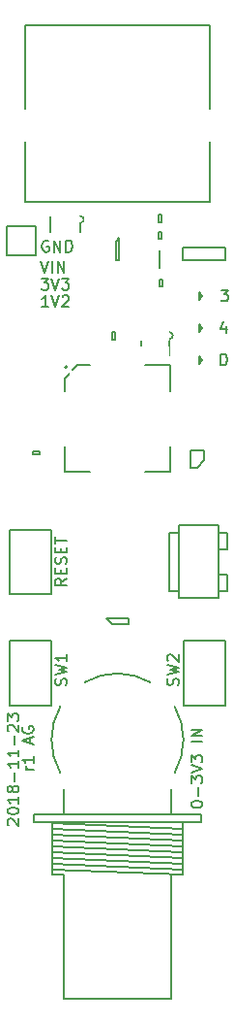
<source format=gto>
G04 #@! TF.GenerationSoftware,KiCad,Pcbnew,6.0.0-rc1-unknown-106eaaa~84~ubuntu18.04.1*
G04 #@! TF.CreationDate,2018-11-27T01:39:04+00:00*
G04 #@! TF.ProjectId,proto-sensor,70726f74-6f2d-4736-956e-736f722e6b69,1*
G04 #@! TF.SameCoordinates,Original*
G04 #@! TF.FileFunction,Legend,Top*
G04 #@! TF.FilePolarity,Positive*
%FSLAX46Y46*%
G04 Gerber Fmt 4.6, Leading zero omitted, Abs format (unit mm)*
G04 Created by KiCad (PCBNEW 6.0.0-rc1-unknown-106eaaa~84~ubuntu18.04.1) date Tue 27 Nov 2018 01:39:04 GMT*
%MOMM*%
%LPD*%
G01*
G04 APERTURE LIST*
%ADD10C,0.150000*%
%ADD11R,0.990000X1.040000*%
%ADD12C,1.440000*%
%ADD13C,3.291200*%
%ADD14C,2.580000*%
%ADD15R,0.840000X1.040000*%
%ADD16R,0.240000X0.740000*%
%ADD17R,0.660000X0.660000*%
%ADD18C,1.040000*%
%ADD19R,1.940000X1.940000*%
%ADD20C,0.827000*%
%ADD21R,1.440000X1.040000*%
%ADD22R,3.930000X1.490000*%
%ADD23C,1.056000*%
%ADD24R,0.640000X1.140000*%
%ADD25R,1.040000X0.640000*%
%ADD26R,0.890000X0.340000*%
%ADD27R,0.340000X0.290000*%
%ADD28R,1.040000X0.990000*%
%ADD29C,3.240000*%
%ADD30C,2.040000*%
%ADD31C,0.440000*%
G04 APERTURE END LIST*
D10*
X66452380Y-117690476D02*
X66452380Y-117595238D01*
X66500000Y-117500000D01*
X66547619Y-117452380D01*
X66642857Y-117404761D01*
X66833333Y-117357142D01*
X67071428Y-117357142D01*
X67261904Y-117404761D01*
X67357142Y-117452380D01*
X67404761Y-117500000D01*
X67452380Y-117595238D01*
X67452380Y-117690476D01*
X67404761Y-117785714D01*
X67357142Y-117833333D01*
X67261904Y-117880952D01*
X67071428Y-117928571D01*
X66833333Y-117928571D01*
X66642857Y-117880952D01*
X66547619Y-117833333D01*
X66500000Y-117785714D01*
X66452380Y-117690476D01*
X67071428Y-116928571D02*
X67071428Y-116166666D01*
X66452380Y-115785714D02*
X66452380Y-115166666D01*
X66833333Y-115500000D01*
X66833333Y-115357142D01*
X66880952Y-115261904D01*
X66928571Y-115214285D01*
X67023809Y-115166666D01*
X67261904Y-115166666D01*
X67357142Y-115214285D01*
X67404761Y-115261904D01*
X67452380Y-115357142D01*
X67452380Y-115642857D01*
X67404761Y-115738095D01*
X67357142Y-115785714D01*
X66452380Y-114880952D02*
X67452380Y-114547619D01*
X66452380Y-114214285D01*
X66452380Y-113976190D02*
X66452380Y-113357142D01*
X66833333Y-113690476D01*
X66833333Y-113547619D01*
X66880952Y-113452380D01*
X66928571Y-113404761D01*
X67023809Y-113357142D01*
X67261904Y-113357142D01*
X67357142Y-113404761D01*
X67404761Y-113452380D01*
X67452380Y-113547619D01*
X67452380Y-113833333D01*
X67404761Y-113928571D01*
X67357142Y-113976190D01*
X67452380Y-112166666D02*
X66452380Y-112166666D01*
X67452380Y-111690476D02*
X66452380Y-111690476D01*
X67452380Y-111119047D01*
X66452380Y-111119047D01*
X53959404Y-74252380D02*
X53387976Y-74252380D01*
X53673690Y-74252380D02*
X53673690Y-73252380D01*
X53578452Y-73395238D01*
X53483214Y-73490476D01*
X53387976Y-73538095D01*
X54245119Y-73252380D02*
X54578452Y-74252380D01*
X54911785Y-73252380D01*
X55197500Y-73347619D02*
X55245119Y-73300000D01*
X55340357Y-73252380D01*
X55578452Y-73252380D01*
X55673690Y-73300000D01*
X55721309Y-73347619D01*
X55768928Y-73442857D01*
X55768928Y-73538095D01*
X55721309Y-73680952D01*
X55149880Y-74252380D01*
X55768928Y-74252380D01*
X53340357Y-71752380D02*
X53959404Y-71752380D01*
X53626071Y-72133333D01*
X53768928Y-72133333D01*
X53864166Y-72180952D01*
X53911785Y-72228571D01*
X53959404Y-72323809D01*
X53959404Y-72561904D01*
X53911785Y-72657142D01*
X53864166Y-72704761D01*
X53768928Y-72752380D01*
X53483214Y-72752380D01*
X53387976Y-72704761D01*
X53340357Y-72657142D01*
X54245119Y-71752380D02*
X54578452Y-72752380D01*
X54911785Y-71752380D01*
X55149880Y-71752380D02*
X55768928Y-71752380D01*
X55435595Y-72133333D01*
X55578452Y-72133333D01*
X55673690Y-72180952D01*
X55721309Y-72228571D01*
X55768928Y-72323809D01*
X55768928Y-72561904D01*
X55721309Y-72657142D01*
X55673690Y-72704761D01*
X55578452Y-72752380D01*
X55292738Y-72752380D01*
X55197500Y-72704761D01*
X55149880Y-72657142D01*
X53292738Y-70252380D02*
X53626071Y-71252380D01*
X53959404Y-70252380D01*
X54292738Y-71252380D02*
X54292738Y-70252380D01*
X54768928Y-71252380D02*
X54768928Y-70252380D01*
X55340357Y-71252380D01*
X55340357Y-70252380D01*
X53959404Y-68500000D02*
X53864166Y-68452380D01*
X53721309Y-68452380D01*
X53578452Y-68500000D01*
X53483214Y-68595238D01*
X53435595Y-68690476D01*
X53387976Y-68880952D01*
X53387976Y-69023809D01*
X53435595Y-69214285D01*
X53483214Y-69309523D01*
X53578452Y-69404761D01*
X53721309Y-69452380D01*
X53816547Y-69452380D01*
X53959404Y-69404761D01*
X54007023Y-69357142D01*
X54007023Y-69023809D01*
X53816547Y-69023809D01*
X54435595Y-69452380D02*
X54435595Y-68452380D01*
X55007023Y-69452380D01*
X55007023Y-68452380D01*
X55483214Y-69452380D02*
X55483214Y-68452380D01*
X55721309Y-68452380D01*
X55864166Y-68500000D01*
X55959404Y-68595238D01*
X56007023Y-68690476D01*
X56054642Y-68880952D01*
X56054642Y-69023809D01*
X56007023Y-69214285D01*
X55959404Y-69309523D01*
X55864166Y-69404761D01*
X55721309Y-69452380D01*
X55483214Y-69452380D01*
X69038095Y-79352380D02*
X69038095Y-78352380D01*
X69276190Y-78352380D01*
X69419047Y-78400000D01*
X69514285Y-78495238D01*
X69561904Y-78590476D01*
X69609523Y-78780952D01*
X69609523Y-78923809D01*
X69561904Y-79114285D01*
X69514285Y-79209523D01*
X69419047Y-79304761D01*
X69276190Y-79352380D01*
X69038095Y-79352380D01*
X69490476Y-75885714D02*
X69490476Y-76552380D01*
X69252380Y-75504761D02*
X69014285Y-76219047D01*
X69633333Y-76219047D01*
X69066666Y-72752380D02*
X69685714Y-72752380D01*
X69352380Y-73133333D01*
X69495238Y-73133333D01*
X69590476Y-73180952D01*
X69638095Y-73228571D01*
X69685714Y-73323809D01*
X69685714Y-73561904D01*
X69638095Y-73657142D01*
X69590476Y-73704761D01*
X69495238Y-73752380D01*
X69209523Y-73752380D01*
X69114285Y-73704761D01*
X69066666Y-73657142D01*
X55552380Y-97952380D02*
X55076190Y-98285714D01*
X55552380Y-98523809D02*
X54552380Y-98523809D01*
X54552380Y-98142857D01*
X54600000Y-98047619D01*
X54647619Y-98000000D01*
X54742857Y-97952380D01*
X54885714Y-97952380D01*
X54980952Y-98000000D01*
X55028571Y-98047619D01*
X55076190Y-98142857D01*
X55076190Y-98523809D01*
X55028571Y-97523809D02*
X55028571Y-97190476D01*
X55552380Y-97047619D02*
X55552380Y-97523809D01*
X54552380Y-97523809D01*
X54552380Y-97047619D01*
X55504761Y-96666666D02*
X55552380Y-96523809D01*
X55552380Y-96285714D01*
X55504761Y-96190476D01*
X55457142Y-96142857D01*
X55361904Y-96095238D01*
X55266666Y-96095238D01*
X55171428Y-96142857D01*
X55123809Y-96190476D01*
X55076190Y-96285714D01*
X55028571Y-96476190D01*
X54980952Y-96571428D01*
X54933333Y-96619047D01*
X54838095Y-96666666D01*
X54742857Y-96666666D01*
X54647619Y-96619047D01*
X54600000Y-96571428D01*
X54552380Y-96476190D01*
X54552380Y-96238095D01*
X54600000Y-96095238D01*
X55028571Y-95666666D02*
X55028571Y-95333333D01*
X55552380Y-95190476D02*
X55552380Y-95666666D01*
X54552380Y-95666666D01*
X54552380Y-95190476D01*
X54552380Y-94904761D02*
X54552380Y-94333333D01*
X55552380Y-94619047D02*
X54552380Y-94619047D01*
X65304761Y-107233333D02*
X65352380Y-107090476D01*
X65352380Y-106852380D01*
X65304761Y-106757142D01*
X65257142Y-106709523D01*
X65161904Y-106661904D01*
X65066666Y-106661904D01*
X64971428Y-106709523D01*
X64923809Y-106757142D01*
X64876190Y-106852380D01*
X64828571Y-107042857D01*
X64780952Y-107138095D01*
X64733333Y-107185714D01*
X64638095Y-107233333D01*
X64542857Y-107233333D01*
X64447619Y-107185714D01*
X64400000Y-107138095D01*
X64352380Y-107042857D01*
X64352380Y-106804761D01*
X64400000Y-106661904D01*
X64352380Y-106328571D02*
X65352380Y-106090476D01*
X64638095Y-105900000D01*
X65352380Y-105709523D01*
X64352380Y-105471428D01*
X64447619Y-105138095D02*
X64400000Y-105090476D01*
X64352380Y-104995238D01*
X64352380Y-104757142D01*
X64400000Y-104661904D01*
X64447619Y-104614285D01*
X64542857Y-104566666D01*
X64638095Y-104566666D01*
X64780952Y-104614285D01*
X65352380Y-105185714D01*
X65352380Y-104566666D01*
X55504761Y-107233333D02*
X55552380Y-107090476D01*
X55552380Y-106852380D01*
X55504761Y-106757142D01*
X55457142Y-106709523D01*
X55361904Y-106661904D01*
X55266666Y-106661904D01*
X55171428Y-106709523D01*
X55123809Y-106757142D01*
X55076190Y-106852380D01*
X55028571Y-107042857D01*
X54980952Y-107138095D01*
X54933333Y-107185714D01*
X54838095Y-107233333D01*
X54742857Y-107233333D01*
X54647619Y-107185714D01*
X54600000Y-107138095D01*
X54552380Y-107042857D01*
X54552380Y-106804761D01*
X54600000Y-106661904D01*
X54552380Y-106328571D02*
X55552380Y-106090476D01*
X54838095Y-105900000D01*
X55552380Y-105709523D01*
X54552380Y-105471428D01*
X55552380Y-104566666D02*
X55552380Y-105138095D01*
X55552380Y-104852380D02*
X54552380Y-104852380D01*
X54695238Y-104947619D01*
X54790476Y-105042857D01*
X54838095Y-105138095D01*
X52652380Y-114607142D02*
X51985714Y-114607142D01*
X52176190Y-114607142D02*
X52080952Y-114559523D01*
X52033333Y-114511904D01*
X51985714Y-114416666D01*
X51985714Y-114321428D01*
X52652380Y-113464285D02*
X52652380Y-114035714D01*
X52652380Y-113750000D02*
X51652380Y-113750000D01*
X51795238Y-113845238D01*
X51890476Y-113940476D01*
X51938095Y-114035714D01*
X52366666Y-112321428D02*
X52366666Y-111845238D01*
X52652380Y-112416666D02*
X51652380Y-112083333D01*
X52652380Y-111750000D01*
X51700000Y-110892857D02*
X51652380Y-110988095D01*
X51652380Y-111130952D01*
X51700000Y-111273809D01*
X51795238Y-111369047D01*
X51890476Y-111416666D01*
X52080952Y-111464285D01*
X52223809Y-111464285D01*
X52414285Y-111416666D01*
X52509523Y-111369047D01*
X52604761Y-111273809D01*
X52652380Y-111130952D01*
X52652380Y-111035714D01*
X52604761Y-110892857D01*
X52557142Y-110845238D01*
X52223809Y-110845238D01*
X52223809Y-111035714D01*
X50447619Y-119457142D02*
X50400000Y-119409523D01*
X50352380Y-119314285D01*
X50352380Y-119076190D01*
X50400000Y-118980952D01*
X50447619Y-118933333D01*
X50542857Y-118885714D01*
X50638095Y-118885714D01*
X50780952Y-118933333D01*
X51352380Y-119504761D01*
X51352380Y-118885714D01*
X50352380Y-118266666D02*
X50352380Y-118171428D01*
X50400000Y-118076190D01*
X50447619Y-118028571D01*
X50542857Y-117980952D01*
X50733333Y-117933333D01*
X50971428Y-117933333D01*
X51161904Y-117980952D01*
X51257142Y-118028571D01*
X51304761Y-118076190D01*
X51352380Y-118171428D01*
X51352380Y-118266666D01*
X51304761Y-118361904D01*
X51257142Y-118409523D01*
X51161904Y-118457142D01*
X50971428Y-118504761D01*
X50733333Y-118504761D01*
X50542857Y-118457142D01*
X50447619Y-118409523D01*
X50400000Y-118361904D01*
X50352380Y-118266666D01*
X51352380Y-116980952D02*
X51352380Y-117552380D01*
X51352380Y-117266666D02*
X50352380Y-117266666D01*
X50495238Y-117361904D01*
X50590476Y-117457142D01*
X50638095Y-117552380D01*
X50780952Y-116409523D02*
X50733333Y-116504761D01*
X50685714Y-116552380D01*
X50590476Y-116600000D01*
X50542857Y-116600000D01*
X50447619Y-116552380D01*
X50400000Y-116504761D01*
X50352380Y-116409523D01*
X50352380Y-116219047D01*
X50400000Y-116123809D01*
X50447619Y-116076190D01*
X50542857Y-116028571D01*
X50590476Y-116028571D01*
X50685714Y-116076190D01*
X50733333Y-116123809D01*
X50780952Y-116219047D01*
X50780952Y-116409523D01*
X50828571Y-116504761D01*
X50876190Y-116552380D01*
X50971428Y-116600000D01*
X51161904Y-116600000D01*
X51257142Y-116552380D01*
X51304761Y-116504761D01*
X51352380Y-116409523D01*
X51352380Y-116219047D01*
X51304761Y-116123809D01*
X51257142Y-116076190D01*
X51161904Y-116028571D01*
X50971428Y-116028571D01*
X50876190Y-116076190D01*
X50828571Y-116123809D01*
X50780952Y-116219047D01*
X50971428Y-115600000D02*
X50971428Y-114838095D01*
X51352380Y-113838095D02*
X51352380Y-114409523D01*
X51352380Y-114123809D02*
X50352380Y-114123809D01*
X50495238Y-114219047D01*
X50590476Y-114314285D01*
X50638095Y-114409523D01*
X51352380Y-112885714D02*
X51352380Y-113457142D01*
X51352380Y-113171428D02*
X50352380Y-113171428D01*
X50495238Y-113266666D01*
X50590476Y-113361904D01*
X50638095Y-113457142D01*
X50971428Y-112457142D02*
X50971428Y-111695238D01*
X50447619Y-111266666D02*
X50400000Y-111219047D01*
X50352380Y-111123809D01*
X50352380Y-110885714D01*
X50400000Y-110790476D01*
X50447619Y-110742857D01*
X50542857Y-110695238D01*
X50638095Y-110695238D01*
X50780952Y-110742857D01*
X51352380Y-111314285D01*
X51352380Y-110695238D01*
X50352380Y-110361904D02*
X50352380Y-109742857D01*
X50733333Y-110076190D01*
X50733333Y-109933333D01*
X50780952Y-109838095D01*
X50828571Y-109790476D01*
X50923809Y-109742857D01*
X51161904Y-109742857D01*
X51257142Y-109790476D01*
X51304761Y-109838095D01*
X51352380Y-109933333D01*
X51352380Y-110219047D01*
X51304761Y-110314285D01*
X51257142Y-110361904D01*
G04 #@! TO.C,C15*
X63975000Y-71825000D02*
X63975000Y-72475000D01*
X63725000Y-71825000D02*
X63975000Y-71825000D01*
X63725000Y-72475000D02*
X63725000Y-71825000D01*
X63975000Y-72475000D02*
X63725000Y-72475000D01*
G04 #@! TO.C,IC1*
X51900000Y-65100000D02*
X68100000Y-65100000D01*
X51900000Y-59800000D02*
X51900000Y-65100000D01*
X51900000Y-49700000D02*
X51900000Y-57000000D01*
X68100000Y-49700000D02*
X51900000Y-49700000D01*
X68100000Y-57000000D02*
X68100000Y-49700000D01*
X68100000Y-65100000D02*
X68100000Y-59800000D01*
G04 #@! TO.C,Y1*
X64550000Y-77050000D02*
G75*
G03X64550000Y-76450000I0J300000D01*
G01*
X62050000Y-76450000D02*
X62050000Y-78450000D01*
X64550000Y-77050000D02*
X64550000Y-78450000D01*
G04 #@! TO.C,IC7*
X56750000Y-66925000D02*
G75*
G03X56750000Y-66325000I0J300000D01*
G01*
X54150000Y-66325000D02*
X54150000Y-67675000D01*
X56750000Y-66925000D02*
X56750000Y-67675000D01*
G04 #@! TO.C,J3*
X50280000Y-69770000D02*
X50280000Y-67230000D01*
X52820000Y-69770000D02*
X50280000Y-69770000D01*
X52820000Y-67230000D02*
X52820000Y-69770000D01*
X50280000Y-67230000D02*
X52820000Y-67230000D01*
G04 #@! TO.C,SW3*
X54225000Y-109000000D02*
X50575000Y-109000000D01*
X54225000Y-103400000D02*
X54225000Y-109000000D01*
X50575000Y-103400000D02*
X54225000Y-103400000D01*
X50575000Y-109000000D02*
X50575000Y-103400000D01*
G04 #@! TO.C,SW2*
X69425000Y-109000000D02*
X65775000Y-109000000D01*
X69425000Y-103400000D02*
X69425000Y-109000000D01*
X65775000Y-103400000D02*
X69425000Y-103400000D01*
X65775000Y-109000000D02*
X65775000Y-103400000D01*
G04 #@! TO.C,D2*
X67175000Y-76425000D02*
X67175000Y-75775000D01*
X67425000Y-76100000D02*
X67175000Y-75775000D01*
X67425000Y-76100000D02*
X67175000Y-76425000D01*
G04 #@! TO.C,L1*
X65725000Y-69050000D02*
X69475000Y-69050000D01*
X65725000Y-70150000D02*
X65725000Y-69050000D01*
X69475000Y-70150000D02*
X65725000Y-70150000D01*
X69475000Y-69050000D02*
X69475000Y-70150000D01*
G04 #@! TO.C,SW1*
X54225000Y-99300000D02*
X50575000Y-99300000D01*
X54225000Y-93700000D02*
X54225000Y-99300000D01*
X50575000Y-93700000D02*
X54225000Y-93700000D01*
X50575000Y-99300000D02*
X50575000Y-93700000D01*
G04 #@! TO.C,J1*
X65385500Y-99675000D02*
X65385500Y-96500000D01*
X68814500Y-99675000D02*
X65385500Y-99675000D01*
X68814500Y-93325000D02*
X68814500Y-99675000D01*
X65385500Y-93325000D02*
X68814500Y-93325000D01*
X65385500Y-96500000D02*
X65385500Y-93325000D01*
X64560000Y-93960000D02*
X65385500Y-93960000D01*
X64560000Y-99040000D02*
X64560000Y-93960000D01*
X65385500Y-99040000D02*
X64560000Y-99040000D01*
X69640000Y-97579500D02*
X68814500Y-97579500D01*
X69640000Y-99040000D02*
X69640000Y-97579500D01*
X68814500Y-99040000D02*
X69640000Y-99040000D01*
X69640000Y-95420500D02*
X68814500Y-95420500D01*
X69640000Y-93960000D02*
X69640000Y-95420500D01*
X68814500Y-93960000D02*
X69640000Y-93960000D01*
G04 #@! TO.C,IC6*
X59550000Y-101950000D02*
X59050000Y-101450000D01*
X60950000Y-101950000D02*
X59550000Y-101950000D01*
X60950000Y-101450000D02*
X60950000Y-101950000D01*
X59050000Y-101450000D02*
X60950000Y-101450000D01*
X59050000Y-101450000D02*
X59050000Y-101450000D01*
G04 #@! TO.C,IC3*
X59850000Y-68550000D02*
X60150000Y-68250000D01*
X59850000Y-70150000D02*
X59850000Y-68550000D01*
X60150000Y-70150000D02*
X59850000Y-70150000D01*
X60150000Y-68250000D02*
X60150000Y-70150000D01*
X60150000Y-68250000D02*
X60150000Y-68250000D01*
G04 #@! TO.C,IC2*
X63675000Y-69400000D02*
X63725000Y-69350000D01*
X63675000Y-70850000D02*
X63675000Y-69400000D01*
X63725000Y-70850000D02*
X63675000Y-70850000D01*
X63725000Y-69350000D02*
X63725000Y-70850000D01*
X63725000Y-69350000D02*
X63725000Y-69350000D01*
G04 #@! TO.C,D3*
X67175000Y-79225000D02*
X67175000Y-78575000D01*
X67425000Y-78900000D02*
X67175000Y-78575000D01*
X67425000Y-78900000D02*
X67175000Y-79225000D01*
G04 #@! TO.C,D1*
X67175000Y-73625000D02*
X67175000Y-72975000D01*
X67425000Y-73300000D02*
X67175000Y-72975000D01*
X67425000Y-73300000D02*
X67175000Y-73625000D01*
G04 #@! TO.C,C16*
X63575000Y-66825000D02*
X63575000Y-66175000D01*
X63825000Y-66825000D02*
X63575000Y-66825000D01*
X63825000Y-66175000D02*
X63825000Y-66825000D01*
X63575000Y-66175000D02*
X63825000Y-66175000D01*
G04 #@! TO.C,IC5*
X67575000Y-87650000D02*
X66975000Y-88250000D01*
X67575000Y-86750000D02*
X67575000Y-87650000D01*
X66425000Y-86750000D02*
X67575000Y-86750000D01*
X66425000Y-88250000D02*
X66425000Y-86750000D01*
X66975000Y-88250000D02*
X66425000Y-88250000D01*
G04 #@! TO.C,C17*
X63575000Y-68325000D02*
X63575000Y-67675000D01*
X63825000Y-68325000D02*
X63575000Y-68325000D01*
X63825000Y-67675000D02*
X63825000Y-68325000D01*
X63575000Y-67675000D02*
X63825000Y-67675000D01*
G04 #@! TO.C,C19*
X59825000Y-76475000D02*
X59825000Y-77125000D01*
X59575000Y-76475000D02*
X59825000Y-76475000D01*
X59575000Y-77125000D02*
X59575000Y-76475000D01*
X59825000Y-77125000D02*
X59575000Y-77125000D01*
G04 #@! TO.C,C13*
X52575000Y-86875000D02*
X53225000Y-86875000D01*
X52575000Y-87125000D02*
X52575000Y-86875000D01*
X53225000Y-87125000D02*
X52575000Y-87125000D01*
X53225000Y-86875000D02*
X53225000Y-87125000D01*
G04 #@! TO.C,P1*
X55000001Y-114900000D02*
G75*
G02X55000001Y-109100001I4999999J2900000D01*
G01*
X57100000Y-107000001D02*
G75*
G02X62899999Y-107000001I2900000J-4999999D01*
G01*
X64999999Y-109100000D02*
G75*
G02X64999999Y-114899999I-4999999J-2900000D01*
G01*
X64700000Y-118500000D02*
X55300000Y-118500000D01*
X65700000Y-119200000D02*
X54300000Y-119200000D01*
X65700000Y-119800000D02*
X54300000Y-119300000D01*
X65700000Y-120300000D02*
X54300000Y-119800000D01*
X65700000Y-120800000D02*
X54300000Y-120300000D01*
X65700000Y-121300000D02*
X54300000Y-120800000D01*
X65600000Y-121800000D02*
X54300000Y-121300000D01*
X65700000Y-122300000D02*
X54300000Y-121800000D01*
X65700000Y-123800000D02*
X54300000Y-123300000D01*
X65700000Y-122800000D02*
X54300000Y-122300000D01*
X65700000Y-123300000D02*
X54300000Y-122800000D01*
X55300000Y-118500000D02*
X55300000Y-116300000D01*
X52700000Y-118500000D02*
X55300000Y-118500000D01*
X52700000Y-119200000D02*
X52700000Y-118500000D01*
X54300000Y-119200000D02*
X52700000Y-119200000D01*
X54300000Y-123800000D02*
X54300000Y-119200000D01*
X55300000Y-123800000D02*
X54300000Y-123800000D01*
X55300000Y-134600000D02*
X55300000Y-123800000D01*
X64700000Y-134600000D02*
X55300000Y-134600000D01*
X64700000Y-116300000D02*
X64700000Y-116300000D01*
X64700000Y-118500000D02*
X64700000Y-116300000D01*
X67300000Y-118500000D02*
X64700000Y-118500000D01*
X67300000Y-119200000D02*
X67300000Y-118500000D01*
X65700000Y-119200000D02*
X67300000Y-119200000D01*
X65700000Y-123800000D02*
X65700000Y-119200000D01*
X64700000Y-123800000D02*
X65700000Y-123800000D01*
X64700000Y-134600000D02*
X64700000Y-123800000D01*
G04 #@! TO.C,IC4*
X55600000Y-79500000D02*
G75*
G03X55600000Y-79500000I-100000J0D01*
G01*
X55350000Y-80500000D02*
X55350000Y-81600000D01*
X56500000Y-79350000D02*
X55350000Y-80500000D01*
X57600000Y-79350000D02*
X56500000Y-79350000D01*
X55350000Y-88650000D02*
X55350000Y-86400000D01*
X57600000Y-88650000D02*
X55350000Y-88650000D01*
X64650000Y-79350000D02*
X64650000Y-81600000D01*
X62400000Y-79350000D02*
X64650000Y-79350000D01*
X64650000Y-88650000D02*
X64650000Y-86400000D01*
X62400000Y-88650000D02*
X64650000Y-88650000D01*
X64650000Y-79350000D02*
X64650000Y-81600000D01*
X62400000Y-79350000D02*
X64650000Y-79350000D01*
X64650000Y-79350000D02*
X64650000Y-81600000D01*
X62400000Y-79350000D02*
X64650000Y-79350000D01*
G04 #@! TD*
%LPC*%
D11*
G04 #@! TO.C,C15*
X63050000Y-72150000D03*
X64650000Y-72150000D03*
G04 #@! TD*
D12*
G04 #@! TO.C,IC1*
X63556000Y-59318000D03*
X61524000Y-59318000D03*
X59492000Y-59318000D03*
X57460000Y-59318000D03*
X62540000Y-57540000D03*
X60508000Y-57540000D03*
X58476000Y-57540000D03*
X56444000Y-57540000D03*
X66858000Y-64144000D03*
X53142000Y-64144000D03*
X64572000Y-64144000D03*
X55428000Y-64144000D03*
D13*
X66350000Y-55000000D03*
X53650000Y-55000000D03*
D14*
X68128000Y-58429000D03*
X51872000Y-58429000D03*
G04 #@! TD*
D15*
G04 #@! TO.C,Y1*
X64150000Y-78250000D03*
X62450000Y-78250000D03*
X62450000Y-76650000D03*
X64150000Y-76650000D03*
G04 #@! TD*
D16*
G04 #@! TO.C,IC7*
X56450000Y-67525000D03*
X55950000Y-67525000D03*
X55450000Y-67525000D03*
X54950000Y-67525000D03*
X54450000Y-67525000D03*
X54450000Y-66475000D03*
X54950000Y-66475000D03*
X55450000Y-66475000D03*
X55950000Y-66475000D03*
X56450000Y-66475000D03*
G04 #@! TD*
D17*
G04 #@! TO.C,R1*
X52400000Y-66350000D03*
X53300000Y-66350000D03*
G04 #@! TD*
D18*
G04 #@! TO.C,TP3*
X51550000Y-72300000D03*
G04 #@! TD*
G04 #@! TO.C,TP2*
X51550000Y-73800000D03*
G04 #@! TD*
G04 #@! TO.C,TP1*
X51550000Y-70800000D03*
G04 #@! TD*
D19*
G04 #@! TO.C,J3*
X51550000Y-68500000D03*
G04 #@! TD*
D20*
G04 #@! TO.C,J2*
X62640000Y-95970000D03*
X61370000Y-95970000D03*
X62640000Y-94700000D03*
X61370000Y-94700000D03*
X62640000Y-93430000D03*
X61370000Y-93430000D03*
D18*
X62005000Y-97240000D03*
X63021000Y-92160000D03*
X60989000Y-92160000D03*
G04 #@! TD*
D21*
G04 #@! TO.C,SW3*
X52400000Y-102700000D03*
X52400000Y-109700000D03*
G04 #@! TD*
G04 #@! TO.C,SW2*
X67600000Y-102700000D03*
X67600000Y-109700000D03*
G04 #@! TD*
D17*
G04 #@! TO.C,R21*
X55200000Y-102550000D03*
X55200000Y-103450000D03*
G04 #@! TD*
G04 #@! TO.C,R20*
X64800000Y-102550000D03*
X64800000Y-103450000D03*
G04 #@! TD*
G04 #@! TO.C,C30*
X69300000Y-80250000D03*
X69300000Y-81150000D03*
G04 #@! TD*
G04 #@! TO.C,C29*
X53350000Y-79800000D03*
X54250000Y-79800000D03*
G04 #@! TD*
G04 #@! TO.C,C24*
X53350000Y-78600000D03*
X54250000Y-78600000D03*
G04 #@! TD*
D11*
G04 #@! TO.C,D2*
X66500000Y-76100000D03*
X68100000Y-76100000D03*
G04 #@! TD*
D22*
G04 #@! TO.C,L1*
X67600000Y-71075000D03*
X67600000Y-68125000D03*
G04 #@! TD*
D21*
G04 #@! TO.C,SW1*
X52400000Y-93000000D03*
X52400000Y-100000000D03*
G04 #@! TD*
D17*
G04 #@! TO.C,R19*
X60450000Y-104400000D03*
X59550000Y-104400000D03*
G04 #@! TD*
G04 #@! TO.C,R11*
X68100000Y-81150000D03*
X68100000Y-80250000D03*
G04 #@! TD*
D23*
G04 #@! TO.C,J1*
X66465000Y-93960000D03*
X67735000Y-93960000D03*
X66465000Y-95230000D03*
X67735000Y-95230000D03*
X66465000Y-96500000D03*
X67735000Y-96500000D03*
X66465000Y-97770000D03*
X67735000Y-97770000D03*
X66465000Y-99040000D03*
X67735000Y-99040000D03*
G04 #@! TD*
D24*
G04 #@! TO.C,IC6*
X59050000Y-100400000D03*
X60000000Y-100400000D03*
X60950000Y-100400000D03*
X60950000Y-103000000D03*
X60000000Y-103000000D03*
X59050000Y-103000000D03*
G04 #@! TD*
D25*
G04 #@! TO.C,IC3*
X61150000Y-69200000D03*
X58850000Y-70150000D03*
X58850000Y-68250000D03*
G04 #@! TD*
D26*
G04 #@! TO.C,IC2*
X64650000Y-69350000D03*
X64650000Y-69850000D03*
X64650000Y-70350000D03*
X64650000Y-70850000D03*
X62750000Y-70850000D03*
X62750000Y-70350000D03*
X62750000Y-69850000D03*
X62750000Y-69350000D03*
G04 #@! TD*
D17*
G04 #@! TO.C,D4*
X57450000Y-104400000D03*
X58350000Y-104400000D03*
G04 #@! TD*
D11*
G04 #@! TO.C,D3*
X66500000Y-78900000D03*
X68100000Y-78900000D03*
G04 #@! TD*
G04 #@! TO.C,D1*
X66500000Y-73300000D03*
X68100000Y-73300000D03*
G04 #@! TD*
D17*
G04 #@! TO.C,C27*
X62550000Y-104400000D03*
X61650000Y-104400000D03*
G04 #@! TD*
G04 #@! TO.C,C25*
X57500000Y-102250000D03*
X57500000Y-103150000D03*
G04 #@! TD*
G04 #@! TO.C,C22*
X59600000Y-72150000D03*
X58700000Y-72150000D03*
G04 #@! TD*
G04 #@! TO.C,C21*
X60550000Y-66500000D03*
X61450000Y-66500000D03*
G04 #@! TD*
G04 #@! TO.C,C18*
X61700000Y-72150000D03*
X60800000Y-72150000D03*
G04 #@! TD*
D11*
G04 #@! TO.C,C16*
X64500000Y-66500000D03*
X62900000Y-66500000D03*
G04 #@! TD*
D17*
G04 #@! TO.C,R15*
X69250000Y-86850000D03*
X69250000Y-87750000D03*
G04 #@! TD*
G04 #@! TO.C,R17*
X69300000Y-84450000D03*
X69300000Y-85350000D03*
G04 #@! TD*
G04 #@! TO.C,R14*
X68100000Y-85350000D03*
X68100000Y-84450000D03*
G04 #@! TD*
G04 #@! TO.C,R10*
X66850000Y-77500000D03*
X67750000Y-77500000D03*
G04 #@! TD*
G04 #@! TO.C,R9*
X66850000Y-74700000D03*
X67750000Y-74700000D03*
G04 #@! TD*
G04 #@! TO.C,R18*
X69350000Y-90600000D03*
X68450000Y-90600000D03*
G04 #@! TD*
G04 #@! TO.C,C26*
X63400000Y-99850000D03*
X63400000Y-98950000D03*
G04 #@! TD*
D27*
G04 #@! TO.C,IC5*
X65775000Y-88250000D03*
X65775000Y-87750000D03*
X65775000Y-87250000D03*
X65775000Y-86750000D03*
X68225000Y-86750000D03*
X68225000Y-87250000D03*
X68225000Y-87750000D03*
X68225000Y-88250000D03*
G04 #@! TD*
D17*
G04 #@! TO.C,C28*
X62850000Y-75300000D03*
X63750000Y-75300000D03*
G04 #@! TD*
D11*
G04 #@! TO.C,C17*
X64500000Y-68000000D03*
X62900000Y-68000000D03*
G04 #@! TD*
D17*
G04 #@! TO.C,C23*
X67250000Y-89400000D03*
X66350000Y-89400000D03*
G04 #@! TD*
G04 #@! TO.C,C12*
X65700000Y-80250000D03*
X65700000Y-81150000D03*
G04 #@! TD*
G04 #@! TO.C,C11*
X51900000Y-83850000D03*
X51900000Y-84750000D03*
G04 #@! TD*
G04 #@! TO.C,C10*
X54300000Y-90250000D03*
X54300000Y-89350000D03*
G04 #@! TD*
G04 #@! TO.C,C4*
X54300000Y-83850000D03*
X54300000Y-84750000D03*
G04 #@! TD*
G04 #@! TO.C,C9*
X66900000Y-85350000D03*
X66900000Y-84450000D03*
G04 #@! TD*
G04 #@! TO.C,C3*
X65700000Y-82350000D03*
X65700000Y-83250000D03*
G04 #@! TD*
G04 #@! TO.C,C8*
X66900000Y-80250000D03*
X66900000Y-81150000D03*
G04 #@! TD*
G04 #@! TO.C,C6*
X65700000Y-85350000D03*
X65700000Y-84450000D03*
G04 #@! TD*
G04 #@! TO.C,C2*
X66900000Y-82350000D03*
X66900000Y-83250000D03*
G04 #@! TD*
G04 #@! TO.C,C7*
X53100000Y-90250000D03*
X53100000Y-89350000D03*
G04 #@! TD*
G04 #@! TO.C,C5*
X50700000Y-83850000D03*
X50700000Y-84750000D03*
G04 #@! TD*
G04 #@! TO.C,C1*
X53100000Y-83850000D03*
X53100000Y-84750000D03*
G04 #@! TD*
G04 #@! TO.C,R13*
X68100000Y-82350000D03*
X68100000Y-83250000D03*
G04 #@! TD*
G04 #@! TO.C,R12*
X66350000Y-90600000D03*
X67250000Y-90600000D03*
G04 #@! TD*
G04 #@! TO.C,R16*
X68450000Y-89400000D03*
X69350000Y-89400000D03*
G04 #@! TD*
G04 #@! TO.C,R8*
X60150000Y-75300000D03*
X59250000Y-75300000D03*
G04 #@! TD*
G04 #@! TO.C,R7*
X51500000Y-86550000D03*
X51500000Y-87450000D03*
G04 #@! TD*
G04 #@! TO.C,C20*
X59250000Y-78300000D03*
X60150000Y-78300000D03*
G04 #@! TD*
G04 #@! TO.C,C14*
X54300000Y-87450000D03*
X54300000Y-86550000D03*
G04 #@! TD*
D11*
G04 #@! TO.C,C19*
X58900000Y-76800000D03*
X60500000Y-76800000D03*
G04 #@! TD*
D28*
G04 #@! TO.C,C13*
X52900000Y-87800000D03*
X52900000Y-86200000D03*
G04 #@! TD*
D17*
G04 #@! TO.C,R4*
X54250000Y-82200000D03*
X53350000Y-82200000D03*
G04 #@! TD*
G04 #@! TO.C,R6*
X54250000Y-81000000D03*
X53350000Y-81000000D03*
G04 #@! TD*
G04 #@! TO.C,R3*
X67650000Y-66400000D03*
X66750000Y-66400000D03*
G04 #@! TD*
G04 #@! TO.C,R5*
X52000000Y-81150000D03*
X52000000Y-82050000D03*
G04 #@! TD*
G04 #@! TO.C,R2*
X56650000Y-78200000D03*
X55750000Y-78200000D03*
G04 #@! TD*
D29*
G04 #@! TO.C,P1*
X56700000Y-108700000D03*
X63300000Y-108700000D03*
X56700000Y-115300000D03*
D30*
X60000000Y-112000000D03*
D29*
X63300000Y-115300000D03*
G04 #@! TD*
D31*
G04 #@! TO.C,IC4*
X64000000Y-88000000D03*
X64000000Y-87200000D03*
X64000000Y-86400000D03*
X64000000Y-85600000D03*
X64000000Y-84800000D03*
X64000000Y-84000000D03*
X64000000Y-83200000D03*
X64000000Y-82400000D03*
X64000000Y-81600000D03*
X64000000Y-80800000D03*
X64000000Y-80000000D03*
X63200000Y-88000000D03*
X63200000Y-87200000D03*
X63200000Y-86400000D03*
X63200000Y-85600000D03*
X63200000Y-84800000D03*
X63200000Y-84000000D03*
X63200000Y-83200000D03*
X63200000Y-82400000D03*
X63200000Y-81600000D03*
X63200000Y-80800000D03*
X63200000Y-80000000D03*
X62400000Y-88000000D03*
X62400000Y-87200000D03*
X62400000Y-86400000D03*
X62400000Y-85600000D03*
X62400000Y-84800000D03*
X62400000Y-84000000D03*
X62400000Y-83200000D03*
X62400000Y-82400000D03*
X62400000Y-81600000D03*
X62400000Y-80800000D03*
X62400000Y-80000000D03*
X61600000Y-88000000D03*
X61600000Y-87200000D03*
X61600000Y-86400000D03*
X61600000Y-85600000D03*
X61600000Y-84800000D03*
X61600000Y-84000000D03*
X61600000Y-83200000D03*
X61600000Y-82400000D03*
X61600000Y-81600000D03*
X61600000Y-80800000D03*
X61600000Y-80000000D03*
X60800000Y-88000000D03*
X60800000Y-87200000D03*
X60800000Y-86400000D03*
X60800000Y-85600000D03*
X60800000Y-84800000D03*
X60800000Y-84000000D03*
X60800000Y-83200000D03*
X60800000Y-82400000D03*
X60800000Y-81600000D03*
X60800000Y-80800000D03*
X60800000Y-80000000D03*
X60000000Y-88000000D03*
X60000000Y-87200000D03*
X60000000Y-86400000D03*
X60000000Y-85600000D03*
X60000000Y-84800000D03*
X60000000Y-84000000D03*
X60000000Y-83200000D03*
X60000000Y-82400000D03*
X60000000Y-81600000D03*
X60000000Y-80800000D03*
X60000000Y-80000000D03*
X59200000Y-88000000D03*
X59200000Y-87200000D03*
X59200000Y-86400000D03*
X59200000Y-85600000D03*
X59200000Y-84800000D03*
X59200000Y-84000000D03*
X59200000Y-83200000D03*
X59200000Y-82400000D03*
X59200000Y-81600000D03*
X59200000Y-80800000D03*
X59200000Y-80000000D03*
X58400000Y-88000000D03*
X58400000Y-87200000D03*
X58400000Y-86400000D03*
X58400000Y-85600000D03*
X58400000Y-84800000D03*
X58400000Y-84000000D03*
X58400000Y-83200000D03*
X58400000Y-82400000D03*
X58400000Y-81600000D03*
X58400000Y-80800000D03*
X58400000Y-80000000D03*
X57600000Y-88000000D03*
X57600000Y-87200000D03*
X57600000Y-86400000D03*
X57600000Y-85600000D03*
X57600000Y-84800000D03*
X57600000Y-84000000D03*
X57600000Y-83200000D03*
X57600000Y-82400000D03*
X57600000Y-81600000D03*
X57600000Y-80800000D03*
X57600000Y-80000000D03*
X56800000Y-88000000D03*
X56800000Y-87200000D03*
X56800000Y-86400000D03*
X56800000Y-85600000D03*
X56800000Y-84800000D03*
X56800000Y-84000000D03*
X56800000Y-83200000D03*
X56800000Y-82400000D03*
X56800000Y-81600000D03*
X56800000Y-80800000D03*
X56800000Y-80000000D03*
X56000000Y-88000000D03*
X56000000Y-87200000D03*
X56000000Y-86400000D03*
X56000000Y-85600000D03*
X56000000Y-84800000D03*
X56000000Y-84000000D03*
X56000000Y-83200000D03*
X56000000Y-82400000D03*
X56000000Y-81600000D03*
X56000000Y-80800000D03*
X56000000Y-80000000D03*
G04 #@! TD*
M02*

</source>
